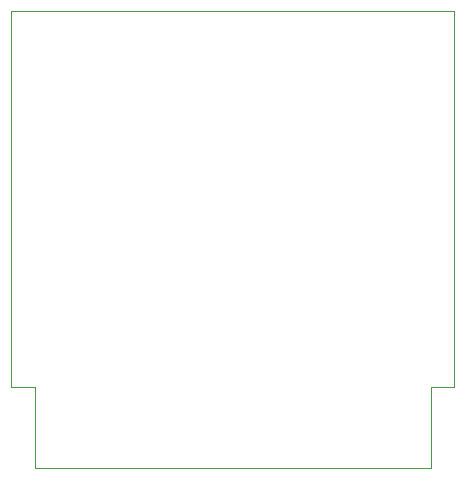
<source format=gbr>
%TF.GenerationSoftware,KiCad,Pcbnew,9.0.0*%
%TF.CreationDate,2025-04-29T11:42:51+01:00*%
%TF.ProjectId,uPicomac,75506963-6f6d-4616-932e-6b696361645f,rev?*%
%TF.SameCoordinates,Original*%
%TF.FileFunction,Profile,NP*%
%FSLAX46Y46*%
G04 Gerber Fmt 4.6, Leading zero omitted, Abs format (unit mm)*
G04 Created by KiCad (PCBNEW 9.0.0) date 2025-04-29 11:42:51*
%MOMM*%
%LPD*%
G01*
G04 APERTURE LIST*
%TA.AperFunction,Profile*%
%ADD10C,0.050000*%
%TD*%
G04 APERTURE END LIST*
D10*
X137700000Y-81100000D02*
X135700000Y-81100000D01*
X135700000Y-88000000D01*
X102200000Y-88000000D01*
X102200000Y-81100000D01*
X100200000Y-81100000D01*
X100200000Y-49300000D01*
X137700000Y-49300000D01*
X137700000Y-81100000D01*
M02*

</source>
